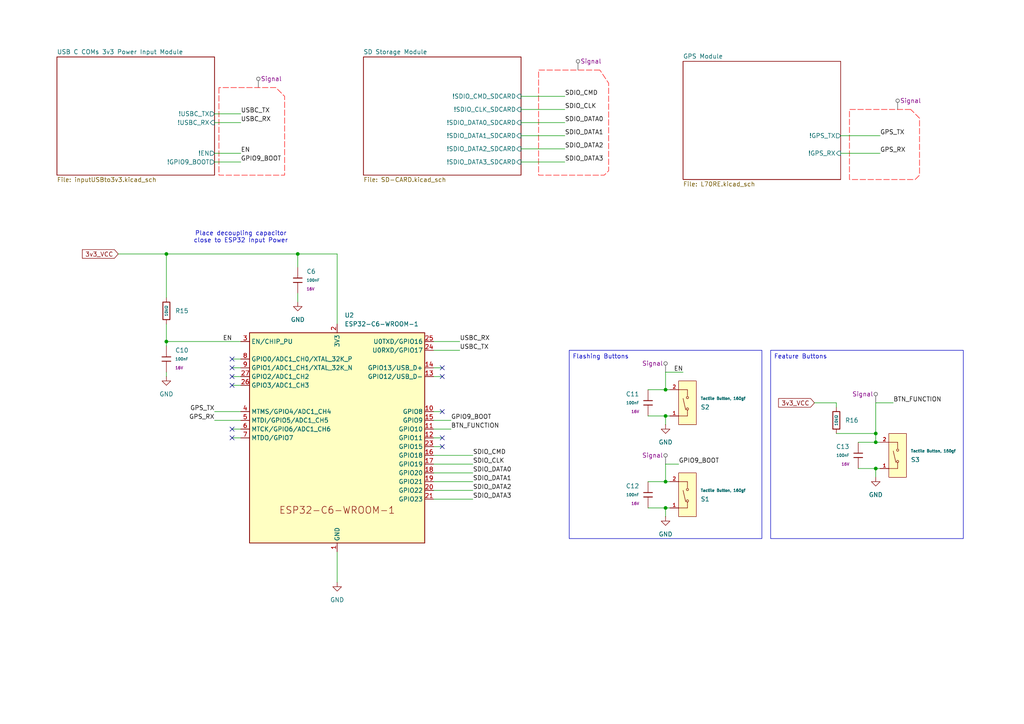
<source format=kicad_sch>
(kicad_sch (version 20250114) (generator "eeschema") (generator_version "9.0")
  (paper "A4")
  (title_block (title "Mileage Logger") (rev "DEV_001") (company "Jake Odgers"))
  (lib_symbols
    (symbol "Espressif:ESP32-C6-WROOM-1"
      (property "Reference" "U" (at -25.4 35.56 0))
      (property "Value" "ESP32-C6-WROOM-1" (at -25.4 33.02 0))
      (symbol "ESP32-C6-WROOM-1_0_0"
        (text "ESP32-C6-WROOM-1" (at 0 -20.955 0) (effects (font (size 2 2))))
      )
      (symbol "ESP32-C6-WROOM-1_0_1"
        (rectangle (start -25.4 30.48) (end 25.4 -30.48) (stroke (width 0.254)) (fill (type background)))
      )
      (symbol "ESP32-C6-WROOM-1_1_1"
        (pin input line (at -27.94 27.94 0) (length 2.54) (name "EN/CHIP_PU") (number "3"))
        (pin bidirectional line (at -27.94 22.86 0) (length 2.54) (name "GPIO0/ADC1_CH0/XTAL_32K_P") (number "8"))
        (pin bidirectional line (at -27.94 20.32 0) (length 2.54) (name "GPIO1/ADC1_CH1/XTAL_32K_N") (number "9"))
        (pin bidirectional line (at -27.94 17.78 0) (length 2.54) (name "GPIO2/ADC1_CH2") (number "27"))
        (pin bidirectional line (at -27.94 15.24 0) (length 2.54) (name "GPIO3/ADC1_CH3") (number "26"))
        (pin bidirectional line (at -27.94 7.62 0) (length 2.54) (name "MTMS/GPIO4/ADC1_CH4") (number "4"))
        (pin bidirectional line (at -27.94 5.08 0) (length 2.54) (name "MTDI/GPIO5/ADC1_CH5") (number "5"))
        (pin bidirectional line (at -27.94 2.54 0) (length 2.54) (name "MTCK/GPIO6/ADC1_CH6") (number "6"))
        (pin bidirectional line (at -27.94 0 0) (length 2.54) (name "MTDO/GPIO7") (number "7"))
        (pin no_connect line (at -25.4 -12.7 0) (length 2.54) (hide yes) (name "NC") (number "22"))
        (pin power_in line (at 0 33.02 270) (length 2.54) (name "3V3") (number "2"))
        (pin power_in line (at 0 -33.02 90) (length 2.54) (name "GND") (number "1"))
        (pin passive line (at 0 -33.02 90) (length 2.54) (hide yes) (name "GND") (number "28"))
        (pin passive line (at 0 -33.02 90) (length 2.54) (hide yes) (name "GND") (number "29"))
        (pin bidirectional line (at 27.94 27.94 180) (length 2.54) (name "U0TXD/GPIO16") (number "25"))
        (pin bidirectional line (at 27.94 25.4 180) (length 2.54) (name "U0RXD/GPIO17") (number "24"))
        (pin bidirectional line (at 27.94 20.32 180) (length 2.54) (name "GPIO13/USB_D+") (number "14"))
        (pin bidirectional line (at 27.94 17.78 180) (length 2.54) (name "GPIO12/USB_D-") (number "13"))
        (pin bidirectional line (at 27.94 7.62 180) (length 2.54) (name "GPIO8") (number "10"))
        (pin bidirectional line (at 27.94 5.08 180) (length 2.54) (name "GPIO9") (number "15"))
        (pin bidirectional line (at 27.94 2.54 180) (length 2.54) (name "GPIO10") (number "11"))
        (pin bidirectional line (at 27.94 0 180) (length 2.54) (name "GPIO11") (number "12"))
        (pin bidirectional line (at 27.94 -2.54 180) (length 2.54) (name "GPIO15") (number "23"))
        (pin bidirectional line (at 27.94 -5.08 180) (length 2.54) (name "GPIO18") (number "16"))
        (pin bidirectional line (at 27.94 -7.62 180) (length 2.54) (name "GPIO19") (number "17"))
        (pin bidirectional line (at 27.94 -10.16 180) (length 2.54) (name "GPIO20") (number "18"))
        (pin bidirectional line (at 27.94 -12.7 180) (length 2.54) (name "GPIO21") (number "19"))
        (pin bidirectional line (at 27.94 -15.24 180) (length 2.54) (name "GPIO22") (number "20"))
        (pin bidirectional line (at 27.94 -17.78 180) (length 2.54) (name "GPIO23") (number "21"))
      )
    )
    (symbol "PCM_JLCPCB-Capacitors:0402,100nF" (pin_numbers (hide yes)) (pin_names (offset 0))
      (property "Reference" "C" (at 2.032 1.668 0))
      (property "Value" "100nF" (at 2.032 -0.3782 0))
      (property "Voltage Rated" "16V" (at 2.032 -2.0462 0))
      (symbol "0402,100nF_0_1"
        (polyline (pts (xy -1.27 0.635) (xy 1.27 0.635)) (stroke (width 0.254)))
        (polyline (pts (xy -1.27 -0.635) (xy 1.27 -0.635)) (stroke (width 0.254)))
      )
      (symbol "0402,100nF_1_1"
        (pin passive line (at 0 3.81 270) (length 3.175) (name "~") (number "1"))
        (pin passive line (at 0 -3.81 90) (length 3.175) (name "~") (number "2"))
      )
    )
    (symbol "PCM_JLCPCB-Connectors_Buttons:Tactile Button, 160gf, 12V, 50mA, 4.0mm" (pin_names (hide yes))
      (property "Reference" "S" (at 0 1.27 0))
      (property "Value" "Tactile Button, 160gf" (at 0 -8.89 0))
      (symbol "Tactile Button, 160gf, 12V, 50mA, 4.0mm_0_1"
        (polyline (pts (xy -2.54 2.54) (xy 0 2.54)))
        (polyline (pts (xy -2.54 -5.08) (xy 0 -5.08)))
        (polyline (pts (xy -0.508 0.762) (xy -1.27 -2.54)))
        (polyline (pts (xy 0 0.762) (xy 0 2.54)))
        (circle (center 0 0.508) (radius 0.3175) (fill (type background)))
        (circle (center 0 -2.794) (radius 0.3175) (fill (type background)))
        (polyline (pts (xy 0 -3.302) (xy 0 -5.08)))
        (pin unspecified line (at -5.08 2.54 0) (length 2.54) (name "A") (number "1"))
        (pin unspecified line (at -5.08 -5.08 0) (length 2.54) (name "B") (number "2"))
      )
      (symbol "Tactile Button, 160gf, 12V, 50mA, 4.0mm_1_1"
        (rectangle (start -2.54 5.08) (end 2.54 -7.62) (fill (type background)))
      )
    )
    (symbol "PCM_JLCPCB-Resistors:0402,10kΩ" (pin_numbers (hide yes)) (pin_names (offset 0))
      (property "Reference" "R" (at 1.778 0 0))
      (property "Value" "10kΩ" (at 0 0 90))
      (symbol "0402,10kΩ_0_1"
        (rectangle (start -1.016 2.54) (end 1.016 -2.54) (stroke (width 0.254)))
      )
      (symbol "0402,10kΩ_1_1"
        (pin passive line (at 0 3.81 270) (length 1.27) (name "~") (number "1"))
        (pin passive line (at 0 -3.81 90) (length 1.27) (name "~") (number "2"))
      )
    )
    (symbol "power:GND" (power) (pin_numbers (hide yes)) (pin_names (offset 0) (hide yes))
      (property "Value" "GND" (at 0 -3.81 0))
      (symbol "GND_0_1"
        (polyline (pts (xy 0 0) (xy 0 -1.27) (xy 1.27 -1.27) (xy 0 -2.54) (xy -1.27 -1.27) (xy 0 -1.27)))
      )
      (symbol "GND_1_1"
        (pin power_in line (at 0 0 270) (length 0) (name "~") (number "1"))
      )
    )
  )
  (text "Place decoupling capacitor\nclose to ESP32 Input Power\n" (at 69.85 68.834 0) (effects (font (size 1.27 1.27))))
  (text_box "Feature Buttons\n" (at 223.52 101.6 0) (size 55.88 54.61) (margins 0.9525 0.9525 0.9525 0.9525) (effects (font (size 1.27 1.27)) (justify left top)))
  (text_box "Flashing Buttons\n" (at 165.1 101.6 0) (size 55.88 54.61) (margins 0.9525 0.9525 0.9525 0.9525) (effects (font (size 1.27 1.27)) (justify left top)))
  (junction (at 193.04 113.03))
  (junction (at 86.36 73.66))
  (junction (at 193.04 139.7))
  (junction (at 254 128.27))
  (junction (at 48.26 73.66))
  (junction (at 193.04 147.32))
  (junction (at 254 135.89))
  (junction (at 254 125.73))
  (junction (at 193.04 120.65))
  (junction (at 48.26 99.06))
  (no_connect (at 128.27 106.68))
  (no_connect (at 67.31 111.76))
  (no_connect (at 128.27 119.38))
  (no_connect (at 67.31 109.22))
  (no_connect (at 128.27 109.22))
  (no_connect (at 67.31 106.68))
  (no_connect (at 128.27 129.54))
  (no_connect (at 67.31 124.46))
  (no_connect (at 67.31 127))
  (no_connect (at 67.31 104.14))
  (no_connect (at 128.27 127))
  (wire (pts (xy 67.31 111.76) (xy 69.85 111.76)))
  (wire (pts (xy 125.73 127) (xy 128.27 127)))
  (wire (pts (xy 125.73 119.38) (xy 128.27 119.38)))
  (wire (pts (xy 125.73 137.16) (xy 137.16 137.16)))
  (wire (pts (xy 125.73 132.08) (xy 137.16 132.08)))
  (wire (pts (xy 67.31 124.46) (xy 69.85 124.46)))
  (wire (pts (xy 125.73 99.06) (xy 133.35 99.06)))
  (wire (pts (xy 67.31 127) (xy 69.85 127)))
  (wire (pts (xy 193.04 147.32) (xy 193.04 149.86)))
  (wire (pts (xy 254 125.73) (xy 254 128.27)))
  (wire (pts (xy 125.73 109.22) (xy 128.27 109.22)))
  (wire (pts (xy 34.29 73.66) (xy 48.26 73.66)))
  (wire (pts (xy 62.23 121.92) (xy 69.85 121.92)))
  (wire (pts (xy 248.92 128.27) (xy 254 128.27)))
  (wire (pts (xy 62.23 44.45) (xy 69.85 44.45)))
  (wire (pts (xy 254 116.84) (xy 259.08 116.84)))
  (wire (pts (xy 62.23 35.56) (xy 69.85 35.56)))
  (wire (pts (xy 151.13 46.99) (xy 163.83 46.99)))
  (wire (pts (xy 196.85 134.62) (xy 193.04 134.62)))
  (wire (pts (xy 125.73 106.68) (xy 128.27 106.68)))
  (wire (pts (xy 48.26 107.95) (xy 48.26 109.22)))
  (wire (pts (xy 62.23 33.02) (xy 69.85 33.02)))
  (wire (pts (xy 236.22 116.84) (xy 242.57 116.84)))
  (wire (pts (xy 125.73 144.78) (xy 137.16 144.78)))
  (wire (pts (xy 193.04 113.03) (xy 194.31 113.03)))
  (wire (pts (xy 125.73 124.46) (xy 130.81 124.46)))
  (wire (pts (xy 194.31 147.32) (xy 193.04 147.32)))
  (wire (pts (xy 254 135.89) (xy 255.27 135.89)))
  (wire (pts (xy 125.73 121.92) (xy 130.81 121.92)))
  (wire (pts (xy 67.31 106.68) (xy 69.85 106.68)))
  (wire (pts (xy 151.13 35.56) (xy 163.83 35.56)))
  (wire (pts (xy 193.04 134.62) (xy 193.04 139.7)))
  (wire (pts (xy 48.26 93.98) (xy 48.26 99.06)))
  (wire (pts (xy 97.79 160.02) (xy 97.79 168.91)))
  (wire (pts (xy 193.04 120.65) (xy 194.31 120.65)))
  (wire (pts (xy 193.04 139.7) (xy 194.31 139.7)))
  (wire (pts (xy 48.26 99.06) (xy 48.26 100.33)))
  (wire (pts (xy 86.36 85.09) (xy 86.36 87.63)))
  (wire (pts (xy 125.73 139.7) (xy 137.16 139.7)))
  (wire (pts (xy 193.04 107.95) (xy 193.04 113.03)))
  (wire (pts (xy 125.73 101.6) (xy 133.35 101.6)))
  (wire (pts (xy 62.23 119.38) (xy 69.85 119.38)))
  (wire (pts (xy 242.57 118.11) (xy 242.57 116.84)))
  (wire (pts (xy 193.04 123.19) (xy 193.04 120.65)))
  (wire (pts (xy 254 116.84) (xy 254 125.73)))
  (wire (pts (xy 125.73 142.24) (xy 137.16 142.24)))
  (wire (pts (xy 187.96 113.03) (xy 193.04 113.03)))
  (wire (pts (xy 254 138.43) (xy 254 135.89)))
  (wire (pts (xy 242.57 125.73) (xy 254 125.73)))
  (wire (pts (xy 86.36 73.66) (xy 86.36 77.47)))
  (wire (pts (xy 187.96 120.65) (xy 193.04 120.65)))
  (wire (pts (xy 151.13 39.37) (xy 163.83 39.37)))
  (wire (pts (xy 48.26 99.06) (xy 69.85 99.06)))
  (wire (pts (xy 187.96 147.32) (xy 193.04 147.32)))
  (wire (pts (xy 125.73 129.54) (xy 128.27 129.54)))
  (wire (pts (xy 151.13 43.18) (xy 163.83 43.18)))
  (wire (pts (xy 255.27 44.45) (xy 243.84 44.45)))
  (wire (pts (xy 193.04 107.95) (xy 198.12 107.95)))
  (wire (pts (xy 187.96 139.7) (xy 193.04 139.7)))
  (wire (pts (xy 86.36 73.66) (xy 97.79 73.66)))
  (wire (pts (xy 48.26 73.66) (xy 48.26 86.36)))
  (wire (pts (xy 67.31 109.22) (xy 69.85 109.22)))
  (wire (pts (xy 248.92 135.89) (xy 254 135.89)))
  (wire (pts (xy 151.13 31.75) (xy 163.83 31.75)))
  (wire (pts (xy 151.13 27.94) (xy 163.83 27.94)))
  (wire (pts (xy 255.27 39.37) (xy 243.84 39.37)))
  (wire (pts (xy 97.79 73.66) (xy 97.79 93.98)))
  (wire (pts (xy 254 128.27) (xy 255.27 128.27)))
  (wire (pts (xy 67.31 104.14) (xy 69.85 104.14)))
  (wire (pts (xy 125.73 134.62) (xy 137.16 134.62)))
  (wire (pts (xy 62.23 46.99) (xy 69.85 46.99)))
  (wire (pts (xy 48.26 73.66) (xy 86.36 73.66)))
  (label "GPS_TX" (at 62.23 119.38 180))
  (label "SDIO_CLK" (at 163.83 31.75 0))
  (label "USBC_RX" (at 133.35 99.06 0))
  (label "SDIO_CLK" (at 137.16 134.62 0))
  (label "BTN_FUNCTION" (at 259.08 116.84 0))
  (label "SDIO_DATA1" (at 137.16 139.7 0))
  (label "EN" (at 198.12 107.95 180))
  (label "USBC_RX" (at 69.85 35.56 0))
  (label "EN" (at 69.85 44.45 0))
  (label "SDIO_DATA3" (at 137.16 144.78 0))
  (label "GPIO9_BOOT" (at 196.85 134.62 0))
  (label "SDIO_DATA0" (at 137.16 137.16 0))
  (label "EN" (at 67.31 99.06 180))
  (label "SDIO_DATA0" (at 163.83 35.56 0))
  (label "GPS_RX" (at 62.23 121.92 180))
  (label "SDIO_CMD" (at 163.83 27.94 0))
  (label "SDIO_DATA2" (at 163.83 43.18 0))
  (label "USBC_TX" (at 133.35 101.6 0))
  (label "USBC_TX" (at 69.85 33.02 0))
  (label "SDIO_DATA2" (at 137.16 142.24 0))
  (label "BTN_FUNCTION" (at 130.81 124.46 0))
  (label "SDIO_CMD" (at 137.16 132.08 0))
  (label "GPIO9_BOOT" (at 69.85 46.99 0))
  (label "SDIO_DATA1" (at 163.83 39.37 0))
  (label "SDIO_DATA3" (at 163.83 46.99 0))
  (label "GPS_RX" (at 255.27 44.45 0))
  (label "GPS_TX" (at 255.27 39.37 0))
  (label "GPIO9_BOOT" (at 130.81 121.92 0))
  (global_label "3v3_VCC" (shape input) (at 236.22 116.84 180) (property "Intersheetrefs" "${INTERSHEET_REFS}" (effects (hide yes))))
  (global_label "3v3_VCC" (shape input) (at 34.29 73.66 180) (property "Intersheetrefs" "${INTERSHEET_REFS}" (effects (hide yes))))
  (rule_area (polyline (pts (xy 63.5 25.4) (xy 63.5 50.8) (xy 82.55 50.8) (xy 82.55 27.94) (xy 80.01 25.4)) (stroke (width 0) (type dash))))
  (rule_area (polyline (pts (xy 264.16 31.75) (xy 246.38 31.75) (xy 246.38 52.07) (xy 265.43 52.07) (xy 266.7 50.8) (xy 266.7 34.29)) (stroke (width 0) (type dash))))
  (rule_area (polyline (pts (xy 173.99 20.32) (xy 156.21 20.32) (xy 156.21 50.8) (xy 175.26 50.8) (xy 176.53 49.53) (xy 176.53 24.13)) (stroke (width 0) (type dash))))
  (netclass_flag "" (length 2.54) (shape round) (at 193.04 107.95 0) (property "Netclass" "Signal" (at 192.3415 105.41 0) (effects (justify right))))
  (netclass_flag "" (length 2.54) (shape round) (at 167.64 20.32 0) (property "Netclass" "Signal" (at 168.3385 17.78 0) (effects (justify left))))
  (netclass_flag "" (length 2.54) (shape round) (at 193.04 134.62 0) (property "Netclass" "Signal" (at 192.3415 132.08 0) (effects (justify right))))
  (netclass_flag "" (length 2.54) (shape round) (at 254 116.84 0) (property "Netclass" "Signal" (at 253.3015 114.3 0) (effects (justify right))))
  (netclass_flag "" (length 2.54) (shape round) (at 260.35 31.75 0) (property "Netclass" "Signal" (at 261.0485 29.21 0) (effects (justify left))))
  (netclass_flag "" (length 2.54) (shape round) (at 74.93 25.4 0) (property "Netclass" "Signal" (at 75.6285 22.86 0) (effects (justify left))))
  (symbol (lib_id "PCM_JLCPCB-Capacitors:0402,100nF") (at 187.96 116.84 0) (mirror y) (unit 1)
    (property "Reference" "C11" (at 185.42 114.2999 0) (effects (justify left)))
    (property "Value" "100nF" (at 185.42 116.84 0) (effects (font (size 0.8 0.8)) (justify left)))
    (property "Footprint" "PCM_JLCPCB:C_0402" (effects (hide yes)))
    (property "Datasheet" "https://www.lcsc.com/datasheet/lcsc_datasheet_2304140030_Samsung-Electro-Mechanics-CL05B104KO5NNNC_C1525.pdf" (effects (hide yes)))
    (property "Description" "16V 100nF X7R ±10% 0402 Multilayer Ceramic Capacitors MLCC - SMD/SMT ROHS" (effects (hide yes)))
    (property "LCSC" "C1525" (effects (hide yes)))
    (property "Stock" "20208285" (effects (hide yes)))
    (property "Price" "0.004USD" (effects (hide yes)))
    (property "Process" "SMT" (effects (hide yes)))
    (property "Minimum Qty" "20" (effects (hide yes)))
    (property "Attrition Qty" "10" (effects (hide yes)))
    (property "Class" "Basic Component" (effects (hide yes)))
    (property "Category" "Capacitors,Multilayer Ceramic Capacitors MLCC - SMD/SMT" (effects (hide yes)))
    (property "Manufacturer" "Samsung Electro-Mechanics" (effects (hide yes)))
    (property "Part" "CL05B104KO5NNNC" (effects (hide yes)))
    (property "Voltage Rated" "16V" (at 185.42 119.38 0) (effects (font (size 0.8 0.8)) (justify left)))
    (property "Tolerance" "±10%" (effects (hide yes)))
    (property "Capacitance" "100nF" (effects (hide yes)))
    (property "Temperature Coefficient" "X7R" (effects (hide yes)))
  )
  (symbol (lib_id "PCM_JLCPCB-Capacitors:0402,100nF") (at 248.92 132.08 0) (mirror y) (unit 1)
    (property "Reference" "C13" (at 246.38 129.5399 0) (effects (justify left)))
    (property "Value" "100nF" (at 246.38 132.08 0) (effects (font (size 0.8 0.8)) (justify left)))
    (property "Footprint" "PCM_JLCPCB:C_0402" (effects (hide yes)))
    (property "Datasheet" "https://www.lcsc.com/datasheet/lcsc_datasheet_2304140030_Samsung-Electro-Mechanics-CL05B104KO5NNNC_C1525.pdf" (effects (hide yes)))
    (property "Description" "16V 100nF X7R ±10% 0402 Multilayer Ceramic Capacitors MLCC - SMD/SMT ROHS" (effects (hide yes)))
    (property "LCSC" "C1525" (effects (hide yes)))
    (property "Stock" "20208285" (effects (hide yes)))
    (property "Price" "0.004USD" (effects (hide yes)))
    (property "Process" "SMT" (effects (hide yes)))
    (property "Minimum Qty" "20" (effects (hide yes)))
    (property "Attrition Qty" "10" (effects (hide yes)))
    (property "Class" "Basic Component" (effects (hide yes)))
    (property "Category" "Capacitors,Multilayer Ceramic Capacitors MLCC - SMD/SMT" (effects (hide yes)))
    (property "Manufacturer" "Samsung Electro-Mechanics" (effects (hide yes)))
    (property "Part" "CL05B104KO5NNNC" (effects (hide yes)))
    (property "Voltage Rated" "16V" (at 246.38 134.62 0) (effects (font (size 0.8 0.8)) (justify left)))
    (property "Tolerance" "±10%" (effects (hide yes)))
    (property "Capacitance" "100nF" (effects (hide yes)))
    (property "Temperature Coefficient" "X7R" (effects (hide yes)))
  )
  (symbol (lib_id "PCM_JLCPCB-Resistors:0402,10kΩ") (at 48.26 90.17 0) (unit 1)
    (property "Reference" "R15" (at 50.8 90.1699 0) (effects (justify left)))
    (property "Value" "10kΩ" (at 48.26 90.17 90) (effects (font (size 0.8 0.8))))
    (property "Footprint" "PCM_JLCPCB:R_0402" (effects (hide yes)))
    (property "Datasheet" "https://www.lcsc.com/datasheet/lcsc_datasheet_2411221126_UNI-ROYAL-Uniroyal-Elec-0402WGF1002TCE_C25744.pdf" (effects (hide yes)))
    (property "Description" "62.5mW Thick Film Resistors 50V ±100ppm/°C ±1% 10kΩ 0402 Chip Resistor - Surface Mount ROHS" (effects (hide yes)))
    (property "LCSC" "C25744" (effects (hide yes)))
    (property "Stock" "24372091" (effects (hide yes)))
    (property "Price" "0.004USD" (effects (hide yes)))
    (property "Process" "SMT" (effects (hide yes)))
    (property "Minimum Qty" "20" (effects (hide yes)))
    (property "Attrition Qty" "10" (effects (hide yes)))
    (property "Class" "Basic Component" (effects (hide yes)))
    (property "Category" "Resistors,Chip Resistor - Surface Mount" (effects (hide yes)))
    (property "Manufacturer" "UNI-ROYAL(Uniroyal Elec)" (effects (hide yes)))
    (property "Part" "0402WGF1002TCE" (effects (hide yes)))
    (property "Resistance" "10kΩ" (effects (hide yes)))
    (property "Power(Watts)" "62.5mW" (effects (hide yes)))
    (property "Type" "Thick Film Resistors" (effects (hide yes)))
    (property "Overload Voltage (Max)" "50V" (effects (hide yes)))
    (property "Operating Temperature Range" "-55°C~+155°C" (effects (hide yes)))
    (property "Tolerance" "±1%" (effects (hide yes)))
    (property "Temperature Coefficient" "±100ppm/°C" (effects (hide yes)))
  )
  (symbol (lib_id "PCM_JLCPCB-Resistors:0402,10kΩ") (at 242.57 121.92 0) (unit 1)
    (property "Reference" "R16" (at 245.11 121.9199 0) (effects (justify left)))
    (property "Value" "10kΩ" (at 242.57 121.92 90) (effects (font (size 0.8 0.8))))
    (property "Footprint" "PCM_JLCPCB:R_0402" (effects (hide yes)))
    (property "Datasheet" "https://www.lcsc.com/datasheet/lcsc_datasheet_2411221126_UNI-ROYAL-Uniroyal-Elec-0402WGF1002TCE_C25744.pdf" (effects (hide yes)))
    (property "Description" "62.5mW Thick Film Resistors 50V ±100ppm/°C ±1% 10kΩ 0402 Chip Resistor - Surface Mount ROHS" (effects (hide yes)))
    (property "LCSC" "C25744" (effects (hide yes)))
    (property "Stock" "24372091" (effects (hide yes)))
    (property "Price" "0.004USD" (effects (hide yes)))
    (property "Process" "SMT" (effects (hide yes)))
    (property "Minimum Qty" "20" (effects (hide yes)))
    (property "Attrition Qty" "10" (effects (hide yes)))
    (property "Class" "Basic Component" (effects (hide yes)))
    (property "Category" "Resistors,Chip Resistor - Surface Mount" (effects (hide yes)))
    (property "Manufacturer" "UNI-ROYAL(Uniroyal Elec)" (effects (hide yes)))
    (property "Part" "0402WGF1002TCE" (effects (hide yes)))
    (property "Resistance" "10kΩ" (effects (hide yes)))
    (property "Power(Watts)" "62.5mW" (effects (hide yes)))
    (property "Type" "Thick Film Resistors" (effects (hide yes)))
    (property "Overload Voltage (Max)" "50V" (effects (hide yes)))
    (property "Operating Temperature Range" "-55°C~+155°C" (effects (hide yes)))
    (property "Tolerance" "±1%" (effects (hide yes)))
    (property "Temperature Coefficient" "±100ppm/°C" (effects (hide yes)))
  )
  (symbol (lib_id "power:GND") (at 254 138.43 0) (unit 1)
    (property "Reference" "#PWR021" (effects (hide yes)))
    (property "Value" "GND" (at 254 143.51 0))
    (property "Description" "Power symbol creates a global label with name \"GND\" , ground" (effects (hide yes)))
  )
  (symbol (lib_id "Espressif:ESP32-C6-WROOM-1") (at 97.79 127 0) (unit 1)
    (property "Reference" "U2" (at 99.9333 91.44 0) (effects (justify left)))
    (property "Value" "ESP32-C6-WROOM-1" (at 99.9333 93.98 0) (effects (justify left)))
    (property "Footprint" "ESPRESSIF footprints:ESP32-C6-WROOM-1" (effects (hide yes)))
    (property "Datasheet" "https://www.espressif.com/sites/default/files/documentation/esp32-c6-wroom-1_wroom-1u_datasheet_en.pdf" (effects (hide yes)))
    (property "Description" "ESP32-C6-WROOM-1/U is a module that supports 2.4 GHz Wi-Fi 6 (802.11 ax), Bluetooth® 5 (LE), Zigbee and Thread (802.15.4)" (effects (hide yes)))
  )
  (symbol (lib_id "PCM_JLCPCB-Connectors_Buttons:Tactile Button, 160gf, 12V, 50mA, 4.0mm") (at 199.39 144.78 0) (mirror x) (unit 1)
    (property "Reference" "S1" (at 203.2 144.7801 0) (effects (justify left)))
    (property "Value" "Tactile Button, 160gf" (at 203.2 142.24 0) (effects (font (size 0.8 0.8)) (justify left)))
    (property "Footprint" "PCM_JLCPCB:SW_TS-1088-AR02016" (effects (hide yes)))
    (property "Datasheet" "https://www.lcsc.com/datasheet/lcsc_datasheet_2304140030_XUNPU-TS-1088-AR02016_C720477.pdf" (effects (hide yes)))
    (property "Description" "Without 50mA 4mm 100MΩ 100000 Times 12V 160gf 3mm 2mm Round Button Standing paste SPST SMD Tactile Switches ROHS" (effects (hide yes)))
    (property "LCSC" "C720477" (effects (hide yes)))
    (property "Stock" "346801" (effects (hide yes)))
    (property "Price" "0.044USD" (effects (hide yes)))
    (property "Process" "SMT" (effects (hide yes)))
    (property "Minimum Qty" "5" (effects (hide yes)))
    (property "Attrition Qty" "4" (effects (hide yes)))
    (property "Class" "Basic Component" (effects (hide yes)))
    (property "Category" "Switches,Tactile Switches" (effects (hide yes)))
    (property "Manufacturer" "XUNPU" (effects (hide yes)))
    (property "Part" "TS-1088-AR02016" (effects (hide yes)))
    (property "Switch Length" "4mm" (effects (hide yes)))
    (property "Voltage Rating (Dc)" "12V" (effects (hide yes)))
    (property "With Lamp" "No" (effects (hide yes)))
    (property "Operating Force" "160gf@±50gf" (effects (hide yes)))
    (property "Actuator/Cap Color" "Black" (effects (hide yes)))
    (property "Mechanical Life" "100000 Times" (effects (hide yes)))
    (property "Strike Gundam" "NO" (effects (hide yes)))
    (property "Circuit" "SPST" (effects (hide yes)))
    (property "Switch Height" "2mm" (effects (hide yes)))
    (property "Actuator Style" "Round Button" (effects (hide yes)))
    (property "Switch Width" "3mm" (effects (hide yes)))
    (property "Contact Current" "50mA" (effects (hide yes)))
    (property "Operating Temperature" "-30°C~+80°C" (effects (hide yes)))
    (property "Mounting Style" "Brick nogging" (effects (hide yes)))
    (property "Insulation Resistance" "100MΩ" (effects (hide yes)))
    (property "Pin Style" "SMDSplicing" (effects (hide yes)))
  )
  (symbol (lib_id "power:GND") (at 97.79 168.91 0) (unit 1)
    (property "Reference" "#PWR03" (effects (hide yes)))
    (property "Value" "GND" (at 97.79 173.99 0))
    (property "Description" "Power symbol creates a global label with name \"GND\" , ground" (effects (hide yes)))
  )
  (symbol (lib_id "PCM_JLCPCB-Connectors_Buttons:Tactile Button, 160gf, 12V, 50mA, 4.0mm") (at 199.39 118.11 0) (mirror x) (unit 1)
    (property "Reference" "S2" (at 203.2 118.1101 0) (effects (justify left)))
    (property "Value" "Tactile Button, 160gf" (at 203.2 115.57 0) (effects (font (size 0.8 0.8)) (justify left)))
    (property "Footprint" "PCM_JLCPCB:SW_TS-1088-AR02016" (effects (hide yes)))
    (property "Datasheet" "https://www.lcsc.com/datasheet/lcsc_datasheet_2304140030_XUNPU-TS-1088-AR02016_C720477.pdf" (effects (hide yes)))
    (property "Description" "Without 50mA 4mm 100MΩ 100000 Times 12V 160gf 3mm 2mm Round Button Standing paste SPST SMD Tactile Switches ROHS" (effects (hide yes)))
    (property "LCSC" "C720477" (effects (hide yes)))
    (property "Stock" "346801" (effects (hide yes)))
    (property "Price" "0.044USD" (effects (hide yes)))
    (property "Process" "SMT" (effects (hide yes)))
    (property "Minimum Qty" "5" (effects (hide yes)))
    (property "Attrition Qty" "4" (effects (hide yes)))
    (property "Class" "Basic Component" (effects (hide yes)))
    (property "Category" "Switches,Tactile Switches" (effects (hide yes)))
    (property "Manufacturer" "XUNPU" (effects (hide yes)))
    (property "Part" "TS-1088-AR02016" (effects (hide yes)))
    (property "Switch Length" "4mm" (effects (hide yes)))
    (property "Voltage Rating (Dc)" "12V" (effects (hide yes)))
    (property "With Lamp" "No" (effects (hide yes)))
    (property "Operating Force" "160gf@±50gf" (effects (hide yes)))
    (property "Actuator/Cap Color" "Black" (effects (hide yes)))
    (property "Mechanical Life" "100000 Times" (effects (hide yes)))
    (property "Strike Gundam" "NO" (effects (hide yes)))
    (property "Circuit" "SPST" (effects (hide yes)))
    (property "Switch Height" "2mm" (effects (hide yes)))
    (property "Actuator Style" "Round Button" (effects (hide yes)))
    (property "Switch Width" "3mm" (effects (hide yes)))
    (property "Contact Current" "50mA" (effects (hide yes)))
    (property "Operating Temperature" "-30°C~+80°C" (effects (hide yes)))
    (property "Mounting Style" "Brick nogging" (effects (hide yes)))
    (property "Insulation Resistance" "100MΩ" (effects (hide yes)))
    (property "Pin Style" "SMDSplicing" (effects (hide yes)))
  )
  (symbol (lib_id "power:GND") (at 193.04 123.19 0) (unit 1)
    (property "Reference" "#PWR019" (effects (hide yes)))
    (property "Value" "GND" (at 193.04 128.27 0))
    (property "Description" "Power symbol creates a global label with name \"GND\" , ground" (effects (hide yes)))
  )
  (symbol (lib_id "PCM_JLCPCB-Connectors_Buttons:Tactile Button, 160gf, 12V, 50mA, 4.0mm") (at 260.35 133.35 0) (mirror x) (unit 1)
    (property "Reference" "S3" (at 264.16 133.3501 0) (effects (justify left)))
    (property "Value" "Tactile Button, 160gf" (at 264.16 130.81 0) (effects (font (size 0.8 0.8)) (justify left)))
    (property "Footprint" "PCM_JLCPCB:SW_TS-1088-AR02016" (effects (hide yes)))
    (property "Datasheet" "https://www.lcsc.com/datasheet/lcsc_datasheet_2304140030_XUNPU-TS-1088-AR02016_C720477.pdf" (effects (hide yes)))
    (property "Description" "Without 50mA 4mm 100MΩ 100000 Times 12V 160gf 3mm 2mm Round Button Standing paste SPST SMD Tactile Switches ROHS" (effects (hide yes)))
    (property "LCSC" "C720477" (effects (hide yes)))
    (property "Stock" "346801" (effects (hide yes)))
    (property "Price" "0.044USD" (effects (hide yes)))
    (property "Process" "SMT" (effects (hide yes)))
    (property "Minimum Qty" "5" (effects (hide yes)))
    (property "Attrition Qty" "4" (effects (hide yes)))
    (property "Class" "Basic Component" (effects (hide yes)))
    (property "Category" "Switches,Tactile Switches" (effects (hide yes)))
    (property "Manufacturer" "XUNPU" (effects (hide yes)))
    (property "Part" "TS-1088-AR02016" (effects (hide yes)))
    (property "Switch Length" "4mm" (effects (hide yes)))
    (property "Voltage Rating (Dc)" "12V" (effects (hide yes)))
    (property "With Lamp" "No" (effects (hide yes)))
    (property "Operating Force" "160gf@±50gf" (effects (hide yes)))
    (property "Actuator/Cap Color" "Black" (effects (hide yes)))
    (property "Mechanical Life" "100000 Times" (effects (hide yes)))
    (property "Strike Gundam" "NO" (effects (hide yes)))
    (property "Circuit" "SPST" (effects (hide yes)))
    (property "Switch Height" "2mm" (effects (hide yes)))
    (property "Actuator Style" "Round Button" (effects (hide yes)))
    (property "Switch Width" "3mm" (effects (hide yes)))
    (property "Contact Current" "50mA" (effects (hide yes)))
    (property "Operating Temperature" "-30°C~+80°C" (effects (hide yes)))
    (property "Mounting Style" "Brick nogging" (effects (hide yes)))
    (property "Insulation Resistance" "100MΩ" (effects (hide yes)))
    (property "Pin Style" "SMDSplicing" (effects (hide yes)))
  )
  (symbol (lib_id "PCM_JLCPCB-Capacitors:0402,100nF") (at 48.26 104.14 0) (unit 1)
    (property "Reference" "C10" (at 50.8 101.5999 0) (effects (justify left)))
    (property "Value" "100nF" (at 50.8 104.14 0) (effects (font (size 0.8 0.8)) (justify left)))
    (property "Footprint" "PCM_JLCPCB:C_0402" (effects (hide yes)))
    (property "Datasheet" "https://www.lcsc.com/datasheet/lcsc_datasheet_2304140030_Samsung-Electro-Mechanics-CL05B104KO5NNNC_C1525.pdf" (effects (hide yes)))
    (property "Description" "16V 100nF X7R ±10% 0402 Multilayer Ceramic Capacitors MLCC - SMD/SMT ROHS" (effects (hide yes)))
    (property "LCSC" "C1525" (effects (hide yes)))
    (property "Stock" "20208285" (effects (hide yes)))
    (property "Price" "0.004USD" (effects (hide yes)))
    (property "Process" "SMT" (effects (hide yes)))
    (property "Minimum Qty" "20" (effects (hide yes)))
    (property "Attrition Qty" "10" (effects (hide yes)))
    (property "Class" "Basic Component" (effects (hide yes)))
    (property "Category" "Capacitors,Multilayer Ceramic Capacitors MLCC - SMD/SMT" (effects (hide yes)))
    (property "Manufacturer" "Samsung Electro-Mechanics" (effects (hide yes)))
    (property "Part" "CL05B104KO5NNNC" (effects (hide yes)))
    (property "Voltage Rated" "16V" (at 50.8 106.68 0) (effects (font (size 0.8 0.8)) (justify left)))
    (property "Tolerance" "±10%" (effects (hide yes)))
    (property "Capacitance" "100nF" (effects (hide yes)))
    (property "Temperature Coefficient" "X7R" (effects (hide yes)))
  )
  (symbol (lib_id "PCM_JLCPCB-Capacitors:0402,100nF") (at 86.36 81.28 0) (unit 1)
    (property "Reference" "C6" (at 88.9 78.7399 0) (effects (justify left)))
    (property "Value" "100nF" (at 88.9 81.28 0) (effects (font (size 0.8 0.8)) (justify left)))
    (property "Footprint" "PCM_JLCPCB:C_0402" (effects (hide yes)))
    (property "Datasheet" "https://www.lcsc.com/datasheet/lcsc_datasheet_2304140030_Samsung-Electro-Mechanics-CL05B104KO5NNNC_C1525.pdf" (effects (hide yes)))
    (property "Description" "16V 100nF X7R ±10% 0402 Multilayer Ceramic Capacitors MLCC - SMD/SMT ROHS" (effects (hide yes)))
    (property "LCSC" "C1525" (effects (hide yes)))
    (property "Stock" "20208285" (effects (hide yes)))
    (property "Price" "0.004USD" (effects (hide yes)))
    (property "Process" "SMT" (effects (hide yes)))
    (property "Minimum Qty" "20" (effects (hide yes)))
    (property "Attrition Qty" "10" (effects (hide yes)))
    (property "Class" "Basic Component" (effects (hide yes)))
    (property "Category" "Capacitors,Multilayer Ceramic Capacitors MLCC - SMD/SMT" (effects (hide yes)))
    (property "Manufacturer" "Samsung Electro-Mechanics" (effects (hide yes)))
    (property "Part" "CL05B104KO5NNNC" (effects (hide yes)))
    (property "Voltage Rated" "16V" (at 88.9 83.82 0) (effects (font (size 0.8 0.8)) (justify left)))
    (property "Tolerance" "±10%" (effects (hide yes)))
    (property "Capacitance" "100nF" (effects (hide yes)))
    (property "Temperature Coefficient" "X7R" (effects (hide yes)))
  )
  (symbol (lib_id "power:GND") (at 193.04 149.86 0) (unit 1)
    (property "Reference" "#PWR020" (effects (hide yes)))
    (property "Value" "GND" (at 193.04 154.94 0))
    (property "Description" "Power symbol creates a global label with name \"GND\" , ground" (effects (hide yes)))
  )
  (symbol (lib_id "PCM_JLCPCB-Capacitors:0402,100nF") (at 187.96 143.51 0) (mirror y) (unit 1)
    (property "Reference" "C12" (at 185.42 140.9699 0) (effects (justify left)))
    (property "Value" "100nF" (at 185.42 143.51 0) (effects (font (size 0.8 0.8)) (justify left)))
    (property "Footprint" "PCM_JLCPCB:C_0402" (effects (hide yes)))
    (property "Datasheet" "https://www.lcsc.com/datasheet/lcsc_datasheet_2304140030_Samsung-Electro-Mechanics-CL05B104KO5NNNC_C1525.pdf" (effects (hide yes)))
    (property "Description" "16V 100nF X7R ±10% 0402 Multilayer Ceramic Capacitors MLCC - SMD/SMT ROHS" (effects (hide yes)))
    (property "LCSC" "C1525" (effects (hide yes)))
    (property "Stock" "20208285" (effects (hide yes)))
    (property "Price" "0.004USD" (effects (hide yes)))
    (property "Process" "SMT" (effects (hide yes)))
    (property "Minimum Qty" "20" (effects (hide yes)))
    (property "Attrition Qty" "10" (effects (hide yes)))
    (property "Class" "Basic Component" (effects (hide yes)))
    (property "Category" "Capacitors,Multilayer Ceramic Capacitors MLCC - SMD/SMT" (effects (hide yes)))
    (property "Manufacturer" "Samsung Electro-Mechanics" (effects (hide yes)))
    (property "Part" "CL05B104KO5NNNC" (effects (hide yes)))
    (property "Voltage Rated" "16V" (at 185.42 146.05 0) (effects (font (size 0.8 0.8)) (justify left)))
    (property "Tolerance" "±10%" (effects (hide yes)))
    (property "Capacitance" "100nF" (effects (hide yes)))
    (property "Temperature Coefficient" "X7R" (effects (hide yes)))
  )
  (symbol (lib_id "power:GND") (at 86.36 87.63 0) (unit 1)
    (property "Reference" "#PWR014" (effects (hide yes)))
    (property "Value" "GND" (at 86.36 92.71 0))
    (property "Description" "Power symbol creates a global label with name \"GND\" , ground" (effects (hide yes)))
  )
  (symbol (lib_id "power:GND") (at 48.26 109.22 0) (unit 1)
    (property "Reference" "#PWR018" (effects (hide yes)))
    (property "Value" "GND" (at 48.26 114.3 0))
    (property "Description" "Power symbol creates a global label with name \"GND\" , ground" (effects (hide yes)))
  )
  (sheet (at 105.41 16.51) (size 45.72 34.29) (stroke (width 0.1524))
    (property "Sheetname" "SD Storage Module" (at 105.41 15.7984 0) (effects (justify left bottom)))
    (property "Sheetfile" "SD-CARD.kicad_sch" (at 105.41 51.3846 0) (effects (justify left top)))
    (pin "!SDIO_CLK_SDCARD" input (at 151.13 31.75 0))
    (pin "!SDIO_CMD_SDCARD" input (at 151.13 27.94 0))
    (pin "!SDIO_DATA0_SDCARD" input (at 151.13 35.56 0))
    (pin "!SDIO_DATA1_SDCARD" input (at 151.13 39.37 0))
    (pin "!SDIO_DATA2_SDCARD" input (at 151.13 43.18 0))
    (pin "!SDIO_DATA3_SDCARD" input (at 151.13 46.99 0))
  )
  (sheet (at 16.51 16.51) (size 45.72 34.29) (stroke (width 0.1524))
    (property "Sheetname" "USB C COMs 3v3 Power Input Module" (at 16.51 15.7984 0) (effects (justify left bottom)))
    (property "Sheetfile" "inputUSBto3v3.kicad_sch" (at 16.51 51.3846 0) (effects (justify left top)))
    (pin "!USBC_RX" input (at 62.23 35.56 0))
    (pin "!USBC_TX" output (at 62.23 33.02 0))
    (pin "!EN" output (at 62.23 44.45 0))
    (pin "!GPIO9_BOOT" output (at 62.23 46.99 0))
  )
  (sheet (at 198.12 17.78) (size 45.72 34.29) (stroke (width 0.1524))
    (property "Sheetname" "GPS Module" (at 198.12 17.0684 0) (effects (justify left bottom)))
    (property "Sheetfile" "L70RE.kicad_sch" (at 198.12 52.6546 0) (effects (justify left top)))
    (pin "!GPS_RX" input (at 243.84 44.45 0))
    (pin "!GPS_TX" output (at 243.84 39.37 0))
  )
)
</source>
